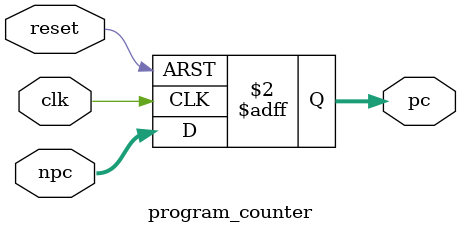
<source format=v>
`timescale 1ns / 1ps


module program_counter(
    input  wire        clk,
    input  wire        reset,
    input  wire [31:0] npc,
    output reg  [31:0] pc
);

    always @(posedge clk or posedge reset) begin
        if (reset)
            pc <= 32'b0;
        else
            pc <= npc;
    end

endmodule




</source>
